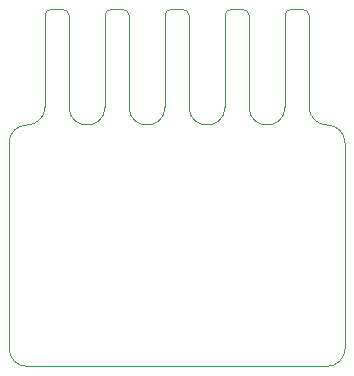
<source format=gbr>
%TF.GenerationSoftware,KiCad,Pcbnew,8.0.1*%
%TF.CreationDate,2024-05-01T10:03:54+09:00*%
%TF.ProjectId,LaserControlConnector,4c617365-7243-46f6-9e74-726f6c436f6e,rev?*%
%TF.SameCoordinates,Original*%
%TF.FileFunction,Profile,NP*%
%FSLAX46Y46*%
G04 Gerber Fmt 4.6, Leading zero omitted, Abs format (unit mm)*
G04 Created by KiCad (PCBNEW 8.0.1) date 2024-05-01 10:03:54*
%MOMM*%
%LPD*%
G01*
G04 APERTURE LIST*
%TA.AperFunction,Profile*%
%ADD10C,0.100000*%
%TD*%
G04 APERTURE END LIST*
D10*
X128016000Y-80899000D02*
X128016000Y-98298000D01*
X131064000Y-77851000D02*
X131064000Y-70104000D01*
X141732000Y-69596000D02*
X142748000Y-69596000D01*
X136144000Y-70104000D02*
G75*
G02*
X136652000Y-69596000I508000J0D01*
G01*
X132588000Y-69596000D02*
G75*
G02*
X133096000Y-70104000I0J-508000D01*
G01*
X136652000Y-69596000D02*
X137668000Y-69596000D01*
X129540000Y-99822000D02*
G75*
G02*
X128016000Y-98298000I0J1524000D01*
G01*
X131064000Y-77851000D02*
G75*
G02*
X129540000Y-79375000I-1519700J-4300D01*
G01*
X136144000Y-77851000D02*
X136144000Y-70104000D01*
X133096000Y-77851000D02*
X133096000Y-70104000D01*
X141224000Y-70104000D02*
G75*
G02*
X141732000Y-69596000I508000J0D01*
G01*
X137668000Y-69596000D02*
G75*
G02*
X138176000Y-70104000I0J-508000D01*
G01*
X154940000Y-79375000D02*
G75*
G02*
X153416000Y-77851000I0J1524000D01*
G01*
X156464000Y-80899000D02*
X156464000Y-98298000D01*
X151384000Y-77851000D02*
G75*
G02*
X148336000Y-77851000I-1524000J0D01*
G01*
X151892000Y-69596000D02*
X152908000Y-69596000D01*
X153416000Y-77851000D02*
X153416000Y-70104000D01*
X142748000Y-69596000D02*
G75*
G02*
X143256000Y-70104000I0J-508000D01*
G01*
X146304000Y-77851000D02*
G75*
G02*
X143256000Y-77851000I-1524000J0D01*
G01*
X147828000Y-69596000D02*
G75*
G02*
X148336000Y-70104000I0J-508000D01*
G01*
X131572000Y-69596000D02*
X132588000Y-69596000D01*
X143256000Y-77851000D02*
X143256000Y-70104000D01*
X136144000Y-77851000D02*
G75*
G02*
X133096000Y-77851000I-1524000J0D01*
G01*
X151384000Y-77851000D02*
X151384000Y-70104000D01*
X148336000Y-77851000D02*
X148336000Y-70104000D01*
X138176000Y-77851000D02*
X138176000Y-70104000D01*
X154940000Y-79375000D02*
G75*
G02*
X156464000Y-80899000I0J-1524000D01*
G01*
X152908000Y-69596000D02*
G75*
G02*
X153416000Y-70104000I0J-508000D01*
G01*
X131064000Y-70104000D02*
G75*
G02*
X131572000Y-69596000I508000J0D01*
G01*
X141224000Y-77851000D02*
G75*
G02*
X138176000Y-77851000I-1524000J0D01*
G01*
X151384000Y-70104000D02*
G75*
G02*
X151892000Y-69596000I508000J0D01*
G01*
X129540000Y-99822000D02*
X154940000Y-99822000D01*
X146304000Y-70104000D02*
G75*
G02*
X146812000Y-69596000I508000J0D01*
G01*
X156464000Y-98298000D02*
G75*
G02*
X154940000Y-99822000I-1524000J0D01*
G01*
X141224000Y-77851000D02*
X141224000Y-70104000D01*
X128016000Y-80899000D02*
G75*
G02*
X129540000Y-79375000I1524000J0D01*
G01*
X146812000Y-69596000D02*
X147828000Y-69596000D01*
X146304000Y-77851000D02*
X146304000Y-70104000D01*
M02*

</source>
